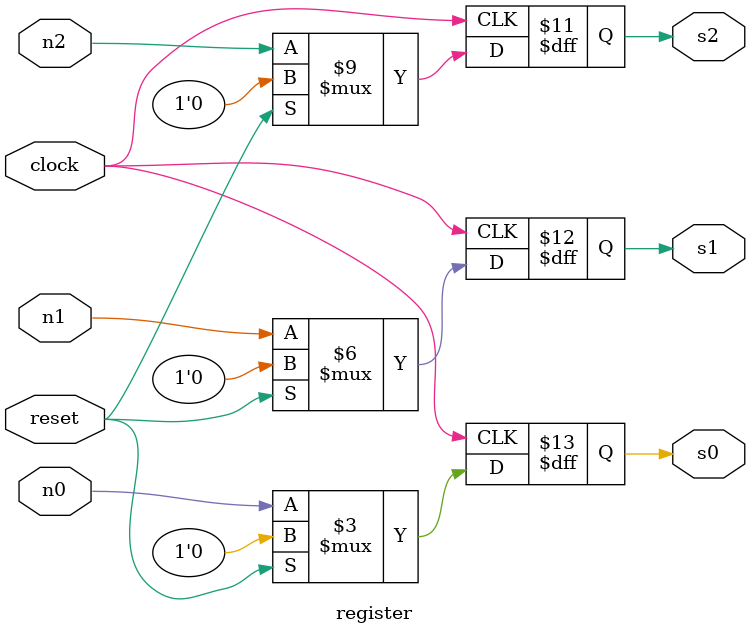
<source format=v>
`timescale 1ns/1ns
module register(s2, s1, s0, n2, n1, n0, reset, clock);

	input reset, clock, n2, n1, n0;
	output reg s2, s1, s0;


    // When it is reset, states will be updated.
	always @(posedge clock)
		if(reset)
			begin
				s2 = 0;
				s1 = 0;
				s0 = 0;
			end
		else 
			begin 
				s2 = n2;
				s1 = n1;
				s0 = n0;
			end


endmodule
</source>
